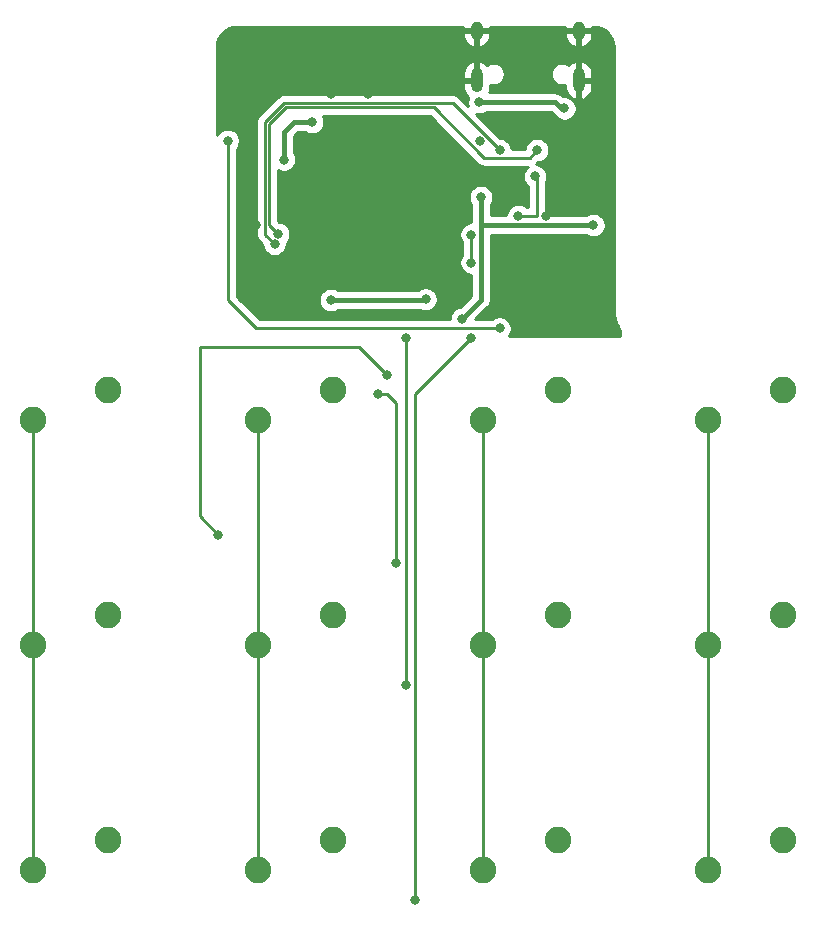
<source format=gtl>
%TF.GenerationSoftware,KiCad,Pcbnew,(5.1.10)-1*%
%TF.CreationDate,2021-11-01T22:25:46+02:00*%
%TF.ProjectId,V1,56312e6b-6963-4616-945f-706362585858,rev?*%
%TF.SameCoordinates,Original*%
%TF.FileFunction,Copper,L1,Top*%
%TF.FilePolarity,Positive*%
%FSLAX46Y46*%
G04 Gerber Fmt 4.6, Leading zero omitted, Abs format (unit mm)*
G04 Created by KiCad (PCBNEW (5.1.10)-1) date 2021-11-01 22:25:46*
%MOMM*%
%LPD*%
G01*
G04 APERTURE LIST*
%TA.AperFunction,ComponentPad*%
%ADD10O,1.000000X2.100000*%
%TD*%
%TA.AperFunction,ComponentPad*%
%ADD11O,1.000000X1.600000*%
%TD*%
%TA.AperFunction,ComponentPad*%
%ADD12C,2.250000*%
%TD*%
%TA.AperFunction,ViaPad*%
%ADD13C,0.800000*%
%TD*%
%TA.AperFunction,Conductor*%
%ADD14C,0.381000*%
%TD*%
%TA.AperFunction,Conductor*%
%ADD15C,0.254000*%
%TD*%
%TA.AperFunction,Conductor*%
%ADD16C,0.100000*%
%TD*%
G04 APERTURE END LIST*
D10*
%TO.P,USB1,13*%
%TO.N,GND*%
X98867500Y-64723750D03*
X107507500Y-64723750D03*
D11*
X98867500Y-60543750D03*
X107507500Y-60543750D03*
%TD*%
D12*
%TO.P,MX12,2*%
%TO.N,Net-(D12-Pad2)*%
X124777500Y-129063750D03*
%TO.P,MX12,1*%
%TO.N,COL3*%
X118427500Y-131603750D03*
%TD*%
%TO.P,MX11,2*%
%TO.N,Net-(D11-Pad2)*%
X105727500Y-129063750D03*
%TO.P,MX11,1*%
%TO.N,COL2*%
X99377500Y-131603750D03*
%TD*%
%TO.P,MX10,2*%
%TO.N,Net-(D10-Pad2)*%
X86677500Y-129063750D03*
%TO.P,MX10,1*%
%TO.N,COL1*%
X80327500Y-131603750D03*
%TD*%
%TO.P,MX9,2*%
%TO.N,Net-(D9-Pad2)*%
X67627500Y-129063750D03*
%TO.P,MX9,1*%
%TO.N,COL0*%
X61277500Y-131603750D03*
%TD*%
%TO.P,MX8,2*%
%TO.N,Net-(D8-Pad2)*%
X124777500Y-110013750D03*
%TO.P,MX8,1*%
%TO.N,COL3*%
X118427500Y-112553750D03*
%TD*%
%TO.P,MX7,2*%
%TO.N,Net-(D7-Pad2)*%
X105727500Y-110013750D03*
%TO.P,MX7,1*%
%TO.N,COL2*%
X99377500Y-112553750D03*
%TD*%
%TO.P,MX6,2*%
%TO.N,Net-(D6-Pad2)*%
X86677500Y-110013750D03*
%TO.P,MX6,1*%
%TO.N,COL1*%
X80327500Y-112553750D03*
%TD*%
%TO.P,MX5,2*%
%TO.N,Net-(D5-Pad2)*%
X67627500Y-110013750D03*
%TO.P,MX5,1*%
%TO.N,COL0*%
X61277500Y-112553750D03*
%TD*%
%TO.P,MX4,2*%
%TO.N,Net-(D4-Pad2)*%
X124777500Y-90963750D03*
%TO.P,MX4,1*%
%TO.N,COL3*%
X118427500Y-93503750D03*
%TD*%
%TO.P,MX3,2*%
%TO.N,Net-(D3-Pad2)*%
X105727500Y-90963750D03*
%TO.P,MX3,1*%
%TO.N,COL2*%
X99377500Y-93503750D03*
%TD*%
%TO.P,MX2,2*%
%TO.N,Net-(D2-Pad2)*%
X86677500Y-90963750D03*
%TO.P,MX2,1*%
%TO.N,COL1*%
X80327500Y-93503750D03*
%TD*%
%TO.P,MX1,2*%
%TO.N,Net-(D1-Pad2)*%
X67627500Y-90963750D03*
%TO.P,MX1,1*%
%TO.N,COL0*%
X61277500Y-93503750D03*
%TD*%
D13*
%TO.N,GND*%
X82550000Y-65087500D03*
X86518750Y-65881250D03*
X89693750Y-65881250D03*
X96043750Y-62706250D03*
X99172269Y-69896481D03*
X104775000Y-76200000D03*
X106362500Y-81756250D03*
X80168750Y-76993750D03*
%TO.N,+5V*%
X99218750Y-74612500D03*
X97631250Y-84931250D03*
X108743750Y-76993750D03*
X82550000Y-71437500D03*
X84931250Y-68262500D03*
X86518750Y-83343750D03*
X94534375Y-83265625D03*
%TO.N,ROW1*%
X92868750Y-115887500D03*
X92868750Y-86518750D03*
%TO.N,ROW2*%
X93662500Y-134143750D03*
X98425000Y-86518750D03*
X98425000Y-80168750D03*
X98425000Y-77787500D03*
%TO.N,VCC*%
X99103992Y-66583000D03*
X106290996Y-67103094D03*
%TO.N,COL2*%
X90487500Y-91281250D03*
X92075000Y-105568750D03*
%TO.N,COL3*%
X91281250Y-89693750D03*
X76993750Y-103187500D03*
%TO.N,Net-(R1-Pad2)*%
X100806250Y-85725000D03*
X77787500Y-69850000D03*
%TO.N,Net-(R2-Pad1)*%
X103981250Y-70643750D03*
X82062668Y-77735016D03*
%TO.N,Net-(R3-Pad1)*%
X100806250Y-70643750D03*
X81756250Y-78581250D03*
%TO.N,Net-(R4-Pad2)*%
X102393750Y-76200000D03*
X103819157Y-72862907D03*
%TD*%
D14*
%TO.N,+5V*%
X99218750Y-83343750D02*
X97631250Y-84931250D01*
X99218750Y-81756250D02*
X99218750Y-83343750D01*
X99218750Y-76993750D02*
X108743750Y-76993750D01*
X99218750Y-74612500D02*
X99218750Y-76993750D01*
X99218750Y-76993750D02*
X99218750Y-81756250D01*
X82550000Y-69118131D02*
X83405631Y-68262500D01*
X82550000Y-71437500D02*
X82550000Y-69118131D01*
X83405631Y-68262500D02*
X84931250Y-68262500D01*
X86518750Y-83343750D02*
X94456250Y-83343750D01*
X94456250Y-83343750D02*
X94534375Y-83265625D01*
D15*
%TO.N,ROW1*%
X92868750Y-115887500D02*
X92868750Y-86518750D01*
%TO.N,ROW2*%
X93662500Y-134143750D02*
X93662500Y-91281250D01*
X93662500Y-91281250D02*
X98425000Y-86518750D01*
X98425000Y-80168750D02*
X98425000Y-77787500D01*
D14*
%TO.N,VCC*%
X105476750Y-66583000D02*
X105996844Y-67103094D01*
X99103992Y-66583000D02*
X105476750Y-66583000D01*
X105996844Y-67103094D02*
X106290996Y-67103094D01*
D15*
%TO.N,COL0*%
X61277500Y-93503750D02*
X61277500Y-112553750D01*
X61277500Y-112553750D02*
X61277500Y-131603750D01*
%TO.N,COL1*%
X80327500Y-93503750D02*
X80327500Y-112553750D01*
X80327500Y-131603750D02*
X80327500Y-112553750D01*
%TO.N,COL2*%
X99377500Y-96552712D02*
X99377500Y-112553750D01*
X99377500Y-93503750D02*
X99377500Y-96552712D01*
X99377500Y-131603750D02*
X99377500Y-112553750D01*
X90487500Y-91281250D02*
X91281250Y-91281250D01*
X91281250Y-91281250D02*
X92075000Y-92075000D01*
X92075000Y-92075000D02*
X92075000Y-105568750D01*
%TO.N,COL3*%
X118427500Y-115454712D02*
X118427500Y-131603750D01*
X118427500Y-93503750D02*
X118427500Y-115454712D01*
X91281250Y-89693750D02*
X88900000Y-87312500D01*
X88900000Y-87312500D02*
X75406250Y-87312500D01*
X75406250Y-87312500D02*
X75406250Y-101600000D01*
X75406250Y-101600000D02*
X76993750Y-103187500D01*
%TO.N,Net-(R1-Pad2)*%
X80168750Y-85725000D02*
X77787500Y-83343750D01*
X77787500Y-83343750D02*
X77787500Y-69850000D01*
X80168750Y-85725000D02*
X100806250Y-85725000D01*
%TO.N,Net-(R2-Pad1)*%
X103354249Y-71270751D02*
X99491741Y-71270751D01*
X103981250Y-70643750D02*
X103354249Y-71270751D01*
X99491741Y-71270751D02*
X95250000Y-67029010D01*
X95250000Y-67029010D02*
X82696634Y-67029010D01*
X82696634Y-67029010D02*
X81316510Y-68409134D01*
X81316510Y-76988858D02*
X82062668Y-77735016D01*
X81316510Y-68409134D02*
X81316510Y-76988858D01*
%TO.N,Net-(R3-Pad1)*%
X100806250Y-70643750D02*
X96837500Y-66675000D01*
X96837500Y-66675000D02*
X82550000Y-66675000D01*
X82550000Y-66675000D02*
X80962500Y-68262500D01*
X80962500Y-77787500D02*
X81756250Y-78581250D01*
X80962500Y-68262500D02*
X80962500Y-77787500D01*
%TO.N,Net-(R4-Pad2)*%
X102393750Y-76200000D02*
X103981250Y-76200000D01*
X103981250Y-76200000D02*
X103981250Y-73025000D01*
X103981250Y-73025000D02*
X103819157Y-72862907D01*
%TD*%
%TO.N,GND*%
X97732500Y-60416750D02*
X98740500Y-60416750D01*
X98740500Y-60396750D01*
X98994500Y-60396750D01*
X98994500Y-60416750D01*
X100002500Y-60416750D01*
X100002500Y-60191250D01*
X106372500Y-60191250D01*
X106372500Y-60416750D01*
X107380500Y-60416750D01*
X107380500Y-60396750D01*
X107634500Y-60396750D01*
X107634500Y-60416750D01*
X108642500Y-60416750D01*
X108642500Y-60191250D01*
X108711471Y-60191250D01*
X109077460Y-60227136D01*
X109398460Y-60324051D01*
X109694525Y-60481471D01*
X109954373Y-60693399D01*
X110168108Y-60951760D01*
X110327588Y-61246714D01*
X110426744Y-61567032D01*
X110465000Y-61931012D01*
X110465001Y-84169919D01*
X110467878Y-84199125D01*
X110467774Y-84213941D01*
X110468673Y-84223112D01*
X110517252Y-84685305D01*
X110529277Y-84743885D01*
X110540489Y-84802663D01*
X110543152Y-84811485D01*
X110680579Y-85255439D01*
X110703758Y-85310579D01*
X110726168Y-85366046D01*
X110730495Y-85374183D01*
X110951536Y-85782990D01*
X110984971Y-85832559D01*
X110998000Y-85852469D01*
X110998000Y-86391750D01*
X101603211Y-86391750D01*
X101610187Y-86384774D01*
X101723455Y-86215256D01*
X101801476Y-86026898D01*
X101841250Y-85826939D01*
X101841250Y-85623061D01*
X101801476Y-85423102D01*
X101723455Y-85234744D01*
X101610187Y-85065226D01*
X101466024Y-84921063D01*
X101296506Y-84807795D01*
X101108148Y-84729774D01*
X100908189Y-84690000D01*
X100704311Y-84690000D01*
X100504352Y-84729774D01*
X100315994Y-84807795D01*
X100146476Y-84921063D01*
X100104539Y-84963000D01*
X98766932Y-84963000D01*
X99773789Y-83956144D01*
X99805291Y-83930291D01*
X99889526Y-83827650D01*
X99908449Y-83804593D01*
X99985103Y-83661184D01*
X100012345Y-83571379D01*
X100032306Y-83505576D01*
X100044250Y-83384303D01*
X100044250Y-83384301D01*
X100048244Y-83343751D01*
X100044250Y-83303200D01*
X100044250Y-77819250D01*
X108116247Y-77819250D01*
X108253494Y-77910955D01*
X108441852Y-77988976D01*
X108641811Y-78028750D01*
X108845689Y-78028750D01*
X109045648Y-77988976D01*
X109234006Y-77910955D01*
X109403524Y-77797687D01*
X109547687Y-77653524D01*
X109660955Y-77484006D01*
X109738976Y-77295648D01*
X109778750Y-77095689D01*
X109778750Y-76891811D01*
X109738976Y-76691852D01*
X109660955Y-76503494D01*
X109547687Y-76333976D01*
X109403524Y-76189813D01*
X109234006Y-76076545D01*
X109045648Y-75998524D01*
X108845689Y-75958750D01*
X108641811Y-75958750D01*
X108441852Y-75998524D01*
X108253494Y-76076545D01*
X108116247Y-76168250D01*
X104743809Y-76168250D01*
X104743250Y-76162574D01*
X104743250Y-73336534D01*
X104814383Y-73164805D01*
X104854157Y-72964846D01*
X104854157Y-72760968D01*
X104814383Y-72561009D01*
X104736362Y-72372651D01*
X104623094Y-72203133D01*
X104478931Y-72058970D01*
X104309413Y-71945702D01*
X104121055Y-71867681D01*
X103921096Y-71827907D01*
X103876499Y-71827907D01*
X103895671Y-71812173D01*
X103919532Y-71783098D01*
X104023880Y-71678750D01*
X104083189Y-71678750D01*
X104283148Y-71638976D01*
X104471506Y-71560955D01*
X104641024Y-71447687D01*
X104785187Y-71303524D01*
X104898455Y-71134006D01*
X104976476Y-70945648D01*
X105016250Y-70745689D01*
X105016250Y-70541811D01*
X104976476Y-70341852D01*
X104898455Y-70153494D01*
X104785187Y-69983976D01*
X104641024Y-69839813D01*
X104471506Y-69726545D01*
X104283148Y-69648524D01*
X104083189Y-69608750D01*
X103879311Y-69608750D01*
X103679352Y-69648524D01*
X103490994Y-69726545D01*
X103321476Y-69839813D01*
X103177313Y-69983976D01*
X103064045Y-70153494D01*
X102986024Y-70341852D01*
X102952826Y-70508751D01*
X101834674Y-70508751D01*
X101801476Y-70341852D01*
X101723455Y-70153494D01*
X101610187Y-69983976D01*
X101466024Y-69839813D01*
X101296506Y-69726545D01*
X101108148Y-69648524D01*
X100908189Y-69608750D01*
X100848881Y-69608750D01*
X98822394Y-67582264D01*
X99002053Y-67618000D01*
X99205931Y-67618000D01*
X99405890Y-67578226D01*
X99594248Y-67500205D01*
X99731495Y-67408500D01*
X105134818Y-67408500D01*
X105384446Y-67658128D01*
X105410303Y-67689635D01*
X105471908Y-67740192D01*
X105487059Y-67762868D01*
X105631222Y-67907031D01*
X105800740Y-68020299D01*
X105989098Y-68098320D01*
X106189057Y-68138094D01*
X106392935Y-68138094D01*
X106592894Y-68098320D01*
X106781252Y-68020299D01*
X106950770Y-67907031D01*
X107094933Y-67762868D01*
X107208201Y-67593350D01*
X107286222Y-67404992D01*
X107325996Y-67205033D01*
X107325996Y-67001155D01*
X107286222Y-66801196D01*
X107208201Y-66612838D01*
X107094933Y-66443320D01*
X106950770Y-66299157D01*
X106781252Y-66185889D01*
X106592894Y-66107868D01*
X106392935Y-66068094D01*
X106189057Y-66068094D01*
X106139194Y-66078012D01*
X106089148Y-66027966D01*
X106063291Y-65996459D01*
X105937592Y-65893301D01*
X105794184Y-65816647D01*
X105638576Y-65769444D01*
X105517303Y-65757500D01*
X105517300Y-65757500D01*
X105476750Y-65753506D01*
X105436200Y-65757500D01*
X99896700Y-65757500D01*
X99955915Y-65619737D01*
X100002500Y-65400750D01*
X100002500Y-65110654D01*
X100017478Y-65116858D01*
X100202948Y-65153750D01*
X100392052Y-65153750D01*
X100577522Y-65116858D01*
X100752231Y-65044491D01*
X100909464Y-64939431D01*
X101043181Y-64805714D01*
X101148241Y-64648481D01*
X101220608Y-64473772D01*
X101257500Y-64288302D01*
X101257500Y-64099198D01*
X105117500Y-64099198D01*
X105117500Y-64288302D01*
X105154392Y-64473772D01*
X105226759Y-64648481D01*
X105331819Y-64805714D01*
X105465536Y-64939431D01*
X105622769Y-65044491D01*
X105797478Y-65116858D01*
X105982948Y-65153750D01*
X106172052Y-65153750D01*
X106357522Y-65116858D01*
X106372500Y-65110654D01*
X106372500Y-65400750D01*
X106419085Y-65619737D01*
X106507497Y-65825428D01*
X106634339Y-66009919D01*
X106794736Y-66166119D01*
X106982524Y-66288026D01*
X107205626Y-66367869D01*
X107380500Y-66241704D01*
X107380500Y-64850750D01*
X107634500Y-64850750D01*
X107634500Y-66241704D01*
X107809374Y-66367869D01*
X108032476Y-66288026D01*
X108220264Y-66166119D01*
X108380661Y-66009919D01*
X108507503Y-65825428D01*
X108595915Y-65619737D01*
X108642500Y-65400750D01*
X108642500Y-64850750D01*
X107634500Y-64850750D01*
X107380500Y-64850750D01*
X107360500Y-64850750D01*
X107360500Y-64596750D01*
X107380500Y-64596750D01*
X107380500Y-63205796D01*
X107634500Y-63205796D01*
X107634500Y-64596750D01*
X108642500Y-64596750D01*
X108642500Y-64046750D01*
X108595915Y-63827763D01*
X108507503Y-63622072D01*
X108380661Y-63437581D01*
X108220264Y-63281381D01*
X108032476Y-63159474D01*
X107809374Y-63079631D01*
X107634500Y-63205796D01*
X107380500Y-63205796D01*
X107205626Y-63079631D01*
X106982524Y-63159474D01*
X106794736Y-63281381D01*
X106650384Y-63421956D01*
X106532231Y-63343009D01*
X106357522Y-63270642D01*
X106172052Y-63233750D01*
X105982948Y-63233750D01*
X105797478Y-63270642D01*
X105622769Y-63343009D01*
X105465536Y-63448069D01*
X105331819Y-63581786D01*
X105226759Y-63739019D01*
X105154392Y-63913728D01*
X105117500Y-64099198D01*
X101257500Y-64099198D01*
X101220608Y-63913728D01*
X101148241Y-63739019D01*
X101043181Y-63581786D01*
X100909464Y-63448069D01*
X100752231Y-63343009D01*
X100577522Y-63270642D01*
X100392052Y-63233750D01*
X100202948Y-63233750D01*
X100017478Y-63270642D01*
X99842769Y-63343009D01*
X99724616Y-63421956D01*
X99580264Y-63281381D01*
X99392476Y-63159474D01*
X99169374Y-63079631D01*
X98994500Y-63205796D01*
X98994500Y-64596750D01*
X99014500Y-64596750D01*
X99014500Y-64850750D01*
X98994500Y-64850750D01*
X98994500Y-64870750D01*
X98740500Y-64870750D01*
X98740500Y-64850750D01*
X97732500Y-64850750D01*
X97732500Y-65400750D01*
X97779085Y-65619737D01*
X97867497Y-65825428D01*
X97994339Y-66009919D01*
X98154736Y-66166119D01*
X98156043Y-66166967D01*
X98108766Y-66281102D01*
X98068992Y-66481061D01*
X98068992Y-66684939D01*
X98104728Y-66864598D01*
X97402784Y-66162654D01*
X97378922Y-66133578D01*
X97262892Y-66038355D01*
X97130515Y-65967598D01*
X96986878Y-65924026D01*
X96874926Y-65913000D01*
X96874923Y-65913000D01*
X96837500Y-65909314D01*
X96800077Y-65913000D01*
X82587422Y-65913000D01*
X82549999Y-65909314D01*
X82512576Y-65913000D01*
X82512574Y-65913000D01*
X82400622Y-65924026D01*
X82256985Y-65967598D01*
X82124608Y-66038355D01*
X82008578Y-66133578D01*
X81984721Y-66162648D01*
X80450154Y-67697216D01*
X80421078Y-67721078D01*
X80379088Y-67772244D01*
X80325855Y-67837108D01*
X80288481Y-67907031D01*
X80255098Y-67969486D01*
X80211526Y-68113123D01*
X80209067Y-68138094D01*
X80196814Y-68262500D01*
X80200500Y-68299923D01*
X80200501Y-77750067D01*
X80196814Y-77787500D01*
X80211527Y-77936878D01*
X80255099Y-78080515D01*
X80325855Y-78212892D01*
X80379088Y-78277756D01*
X80421079Y-78328922D01*
X80450149Y-78352779D01*
X80721250Y-78623880D01*
X80721250Y-78683189D01*
X80761024Y-78883148D01*
X80839045Y-79071506D01*
X80952313Y-79241024D01*
X81096476Y-79385187D01*
X81265994Y-79498455D01*
X81454352Y-79576476D01*
X81654311Y-79616250D01*
X81858189Y-79616250D01*
X82058148Y-79576476D01*
X82246506Y-79498455D01*
X82416024Y-79385187D01*
X82560187Y-79241024D01*
X82673455Y-79071506D01*
X82751476Y-78883148D01*
X82791250Y-78683189D01*
X82791250Y-78479311D01*
X82789729Y-78471666D01*
X82866605Y-78394790D01*
X82979873Y-78225272D01*
X83057894Y-78036914D01*
X83097668Y-77836955D01*
X83097668Y-77633077D01*
X83057894Y-77433118D01*
X82979873Y-77244760D01*
X82866605Y-77075242D01*
X82722442Y-76931079D01*
X82552924Y-76817811D01*
X82364566Y-76739790D01*
X82164607Y-76700016D01*
X82105298Y-76700016D01*
X82078510Y-76673228D01*
X82078510Y-72362478D01*
X82248102Y-72432726D01*
X82448061Y-72472500D01*
X82651939Y-72472500D01*
X82851898Y-72432726D01*
X83040256Y-72354705D01*
X83209774Y-72241437D01*
X83353937Y-72097274D01*
X83467205Y-71927756D01*
X83545226Y-71739398D01*
X83585000Y-71539439D01*
X83585000Y-71335561D01*
X83545226Y-71135602D01*
X83467205Y-70947244D01*
X83375500Y-70809997D01*
X83375500Y-69460063D01*
X83747564Y-69088000D01*
X84303747Y-69088000D01*
X84440994Y-69179705D01*
X84629352Y-69257726D01*
X84829311Y-69297500D01*
X85033189Y-69297500D01*
X85233148Y-69257726D01*
X85421506Y-69179705D01*
X85591024Y-69066437D01*
X85735187Y-68922274D01*
X85848455Y-68752756D01*
X85926476Y-68564398D01*
X85966250Y-68364439D01*
X85966250Y-68160561D01*
X85926476Y-67960602D01*
X85856228Y-67791010D01*
X94934370Y-67791010D01*
X98926457Y-71783097D01*
X98950319Y-71812173D01*
X99017956Y-71867681D01*
X99066348Y-71907396D01*
X99137105Y-71945216D01*
X99198726Y-71978153D01*
X99342363Y-72021725D01*
X99454315Y-72032751D01*
X99454318Y-72032751D01*
X99491741Y-72036437D01*
X99529164Y-72032751D01*
X103198623Y-72032751D01*
X103159383Y-72058970D01*
X103015220Y-72203133D01*
X102901952Y-72372651D01*
X102823931Y-72561009D01*
X102784157Y-72760968D01*
X102784157Y-72964846D01*
X102823931Y-73164805D01*
X102901952Y-73353163D01*
X103015220Y-73522681D01*
X103159383Y-73666844D01*
X103219251Y-73706846D01*
X103219250Y-75438000D01*
X103095461Y-75438000D01*
X103053524Y-75396063D01*
X102884006Y-75282795D01*
X102695648Y-75204774D01*
X102495689Y-75165000D01*
X102291811Y-75165000D01*
X102091852Y-75204774D01*
X101903494Y-75282795D01*
X101733976Y-75396063D01*
X101589813Y-75540226D01*
X101476545Y-75709744D01*
X101398524Y-75898102D01*
X101358750Y-76098061D01*
X101358750Y-76168250D01*
X100044250Y-76168250D01*
X100044250Y-75240003D01*
X100135955Y-75102756D01*
X100213976Y-74914398D01*
X100253750Y-74714439D01*
X100253750Y-74510561D01*
X100213976Y-74310602D01*
X100135955Y-74122244D01*
X100022687Y-73952726D01*
X99878524Y-73808563D01*
X99709006Y-73695295D01*
X99520648Y-73617274D01*
X99320689Y-73577500D01*
X99116811Y-73577500D01*
X98916852Y-73617274D01*
X98728494Y-73695295D01*
X98558976Y-73808563D01*
X98414813Y-73952726D01*
X98301545Y-74122244D01*
X98223524Y-74310602D01*
X98183750Y-74510561D01*
X98183750Y-74714439D01*
X98223524Y-74914398D01*
X98301545Y-75102756D01*
X98393250Y-75240003D01*
X98393251Y-76752500D01*
X98323061Y-76752500D01*
X98123102Y-76792274D01*
X97934744Y-76870295D01*
X97765226Y-76983563D01*
X97621063Y-77127726D01*
X97507795Y-77297244D01*
X97429774Y-77485602D01*
X97390000Y-77685561D01*
X97390000Y-77889439D01*
X97429774Y-78089398D01*
X97507795Y-78277756D01*
X97621063Y-78447274D01*
X97663001Y-78489212D01*
X97663000Y-79467039D01*
X97621063Y-79508976D01*
X97507795Y-79678494D01*
X97429774Y-79866852D01*
X97390000Y-80066811D01*
X97390000Y-80270689D01*
X97429774Y-80470648D01*
X97507795Y-80659006D01*
X97621063Y-80828524D01*
X97765226Y-80972687D01*
X97934744Y-81085955D01*
X98123102Y-81163976D01*
X98323061Y-81203750D01*
X98393251Y-81203750D01*
X98393251Y-81715688D01*
X98393250Y-81715698D01*
X98393251Y-83001816D01*
X97491246Y-83903821D01*
X97329352Y-83936024D01*
X97140994Y-84014045D01*
X96971476Y-84127313D01*
X96827313Y-84271476D01*
X96714045Y-84440994D01*
X96636024Y-84629352D01*
X96596250Y-84829311D01*
X96596250Y-84963000D01*
X80484381Y-84963000D01*
X78763192Y-83241811D01*
X85483750Y-83241811D01*
X85483750Y-83445689D01*
X85523524Y-83645648D01*
X85601545Y-83834006D01*
X85714813Y-84003524D01*
X85858976Y-84147687D01*
X86028494Y-84260955D01*
X86216852Y-84338976D01*
X86416811Y-84378750D01*
X86620689Y-84378750D01*
X86820648Y-84338976D01*
X87009006Y-84260955D01*
X87146253Y-84169250D01*
X94023795Y-84169250D01*
X94044119Y-84182830D01*
X94232477Y-84260851D01*
X94432436Y-84300625D01*
X94636314Y-84300625D01*
X94836273Y-84260851D01*
X95024631Y-84182830D01*
X95194149Y-84069562D01*
X95338312Y-83925399D01*
X95451580Y-83755881D01*
X95529601Y-83567523D01*
X95569375Y-83367564D01*
X95569375Y-83163686D01*
X95529601Y-82963727D01*
X95451580Y-82775369D01*
X95338312Y-82605851D01*
X95194149Y-82461688D01*
X95024631Y-82348420D01*
X94836273Y-82270399D01*
X94636314Y-82230625D01*
X94432436Y-82230625D01*
X94232477Y-82270399D01*
X94044119Y-82348420D01*
X93874601Y-82461688D01*
X93818039Y-82518250D01*
X87146253Y-82518250D01*
X87009006Y-82426545D01*
X86820648Y-82348524D01*
X86620689Y-82308750D01*
X86416811Y-82308750D01*
X86216852Y-82348524D01*
X86028494Y-82426545D01*
X85858976Y-82539813D01*
X85714813Y-82683976D01*
X85601545Y-82853494D01*
X85523524Y-83041852D01*
X85483750Y-83241811D01*
X78763192Y-83241811D01*
X78549500Y-83028120D01*
X78549500Y-70551711D01*
X78591437Y-70509774D01*
X78704705Y-70340256D01*
X78782726Y-70151898D01*
X78822500Y-69951939D01*
X78822500Y-69748061D01*
X78782726Y-69548102D01*
X78704705Y-69359744D01*
X78591437Y-69190226D01*
X78447274Y-69046063D01*
X78277756Y-68932795D01*
X78089398Y-68854774D01*
X77889439Y-68815000D01*
X77685561Y-68815000D01*
X77485602Y-68854774D01*
X77297244Y-68932795D01*
X77127726Y-69046063D01*
X76983563Y-69190226D01*
X76870295Y-69359744D01*
X76860000Y-69384598D01*
X76860000Y-64046750D01*
X97732500Y-64046750D01*
X97732500Y-64596750D01*
X98740500Y-64596750D01*
X98740500Y-63205796D01*
X98565626Y-63079631D01*
X98342524Y-63159474D01*
X98154736Y-63281381D01*
X97994339Y-63437581D01*
X97867497Y-63622072D01*
X97779085Y-63827763D01*
X97732500Y-64046750D01*
X76860000Y-64046750D01*
X76860000Y-61944779D01*
X76895886Y-61578790D01*
X76992801Y-61257790D01*
X77150221Y-60961725D01*
X77362149Y-60701877D01*
X77399775Y-60670750D01*
X97732500Y-60670750D01*
X97732500Y-60970750D01*
X97779085Y-61189737D01*
X97867497Y-61395428D01*
X97994339Y-61579919D01*
X98154736Y-61736119D01*
X98342524Y-61858026D01*
X98565626Y-61937869D01*
X98740500Y-61811704D01*
X98740500Y-60670750D01*
X98994500Y-60670750D01*
X98994500Y-61811704D01*
X99169374Y-61937869D01*
X99392476Y-61858026D01*
X99580264Y-61736119D01*
X99740661Y-61579919D01*
X99867503Y-61395428D01*
X99955915Y-61189737D01*
X100002500Y-60970750D01*
X100002500Y-60670750D01*
X106372500Y-60670750D01*
X106372500Y-60970750D01*
X106419085Y-61189737D01*
X106507497Y-61395428D01*
X106634339Y-61579919D01*
X106794736Y-61736119D01*
X106982524Y-61858026D01*
X107205626Y-61937869D01*
X107380500Y-61811704D01*
X107380500Y-60670750D01*
X107634500Y-60670750D01*
X107634500Y-61811704D01*
X107809374Y-61937869D01*
X108032476Y-61858026D01*
X108220264Y-61736119D01*
X108380661Y-61579919D01*
X108507503Y-61395428D01*
X108595915Y-61189737D01*
X108642500Y-60970750D01*
X108642500Y-60670750D01*
X107634500Y-60670750D01*
X107380500Y-60670750D01*
X106372500Y-60670750D01*
X100002500Y-60670750D01*
X98994500Y-60670750D01*
X98740500Y-60670750D01*
X97732500Y-60670750D01*
X77399775Y-60670750D01*
X77620510Y-60488142D01*
X77915464Y-60328662D01*
X78235782Y-60229506D01*
X78599762Y-60191250D01*
X97732500Y-60191250D01*
X97732500Y-60416750D01*
%TA.AperFunction,Conductor*%
D16*
G36*
X97732500Y-60416750D02*
G01*
X98740500Y-60416750D01*
X98740500Y-60396750D01*
X98994500Y-60396750D01*
X98994500Y-60416750D01*
X100002500Y-60416750D01*
X100002500Y-60191250D01*
X106372500Y-60191250D01*
X106372500Y-60416750D01*
X107380500Y-60416750D01*
X107380500Y-60396750D01*
X107634500Y-60396750D01*
X107634500Y-60416750D01*
X108642500Y-60416750D01*
X108642500Y-60191250D01*
X108711471Y-60191250D01*
X109077460Y-60227136D01*
X109398460Y-60324051D01*
X109694525Y-60481471D01*
X109954373Y-60693399D01*
X110168108Y-60951760D01*
X110327588Y-61246714D01*
X110426744Y-61567032D01*
X110465000Y-61931012D01*
X110465001Y-84169919D01*
X110467878Y-84199125D01*
X110467774Y-84213941D01*
X110468673Y-84223112D01*
X110517252Y-84685305D01*
X110529277Y-84743885D01*
X110540489Y-84802663D01*
X110543152Y-84811485D01*
X110680579Y-85255439D01*
X110703758Y-85310579D01*
X110726168Y-85366046D01*
X110730495Y-85374183D01*
X110951536Y-85782990D01*
X110984971Y-85832559D01*
X110998000Y-85852469D01*
X110998000Y-86391750D01*
X101603211Y-86391750D01*
X101610187Y-86384774D01*
X101723455Y-86215256D01*
X101801476Y-86026898D01*
X101841250Y-85826939D01*
X101841250Y-85623061D01*
X101801476Y-85423102D01*
X101723455Y-85234744D01*
X101610187Y-85065226D01*
X101466024Y-84921063D01*
X101296506Y-84807795D01*
X101108148Y-84729774D01*
X100908189Y-84690000D01*
X100704311Y-84690000D01*
X100504352Y-84729774D01*
X100315994Y-84807795D01*
X100146476Y-84921063D01*
X100104539Y-84963000D01*
X98766932Y-84963000D01*
X99773789Y-83956144D01*
X99805291Y-83930291D01*
X99889526Y-83827650D01*
X99908449Y-83804593D01*
X99985103Y-83661184D01*
X100012345Y-83571379D01*
X100032306Y-83505576D01*
X100044250Y-83384303D01*
X100044250Y-83384301D01*
X100048244Y-83343751D01*
X100044250Y-83303200D01*
X100044250Y-77819250D01*
X108116247Y-77819250D01*
X108253494Y-77910955D01*
X108441852Y-77988976D01*
X108641811Y-78028750D01*
X108845689Y-78028750D01*
X109045648Y-77988976D01*
X109234006Y-77910955D01*
X109403524Y-77797687D01*
X109547687Y-77653524D01*
X109660955Y-77484006D01*
X109738976Y-77295648D01*
X109778750Y-77095689D01*
X109778750Y-76891811D01*
X109738976Y-76691852D01*
X109660955Y-76503494D01*
X109547687Y-76333976D01*
X109403524Y-76189813D01*
X109234006Y-76076545D01*
X109045648Y-75998524D01*
X108845689Y-75958750D01*
X108641811Y-75958750D01*
X108441852Y-75998524D01*
X108253494Y-76076545D01*
X108116247Y-76168250D01*
X104743809Y-76168250D01*
X104743250Y-76162574D01*
X104743250Y-73336534D01*
X104814383Y-73164805D01*
X104854157Y-72964846D01*
X104854157Y-72760968D01*
X104814383Y-72561009D01*
X104736362Y-72372651D01*
X104623094Y-72203133D01*
X104478931Y-72058970D01*
X104309413Y-71945702D01*
X104121055Y-71867681D01*
X103921096Y-71827907D01*
X103876499Y-71827907D01*
X103895671Y-71812173D01*
X103919532Y-71783098D01*
X104023880Y-71678750D01*
X104083189Y-71678750D01*
X104283148Y-71638976D01*
X104471506Y-71560955D01*
X104641024Y-71447687D01*
X104785187Y-71303524D01*
X104898455Y-71134006D01*
X104976476Y-70945648D01*
X105016250Y-70745689D01*
X105016250Y-70541811D01*
X104976476Y-70341852D01*
X104898455Y-70153494D01*
X104785187Y-69983976D01*
X104641024Y-69839813D01*
X104471506Y-69726545D01*
X104283148Y-69648524D01*
X104083189Y-69608750D01*
X103879311Y-69608750D01*
X103679352Y-69648524D01*
X103490994Y-69726545D01*
X103321476Y-69839813D01*
X103177313Y-69983976D01*
X103064045Y-70153494D01*
X102986024Y-70341852D01*
X102952826Y-70508751D01*
X101834674Y-70508751D01*
X101801476Y-70341852D01*
X101723455Y-70153494D01*
X101610187Y-69983976D01*
X101466024Y-69839813D01*
X101296506Y-69726545D01*
X101108148Y-69648524D01*
X100908189Y-69608750D01*
X100848881Y-69608750D01*
X98822394Y-67582264D01*
X99002053Y-67618000D01*
X99205931Y-67618000D01*
X99405890Y-67578226D01*
X99594248Y-67500205D01*
X99731495Y-67408500D01*
X105134818Y-67408500D01*
X105384446Y-67658128D01*
X105410303Y-67689635D01*
X105471908Y-67740192D01*
X105487059Y-67762868D01*
X105631222Y-67907031D01*
X105800740Y-68020299D01*
X105989098Y-68098320D01*
X106189057Y-68138094D01*
X106392935Y-68138094D01*
X106592894Y-68098320D01*
X106781252Y-68020299D01*
X106950770Y-67907031D01*
X107094933Y-67762868D01*
X107208201Y-67593350D01*
X107286222Y-67404992D01*
X107325996Y-67205033D01*
X107325996Y-67001155D01*
X107286222Y-66801196D01*
X107208201Y-66612838D01*
X107094933Y-66443320D01*
X106950770Y-66299157D01*
X106781252Y-66185889D01*
X106592894Y-66107868D01*
X106392935Y-66068094D01*
X106189057Y-66068094D01*
X106139194Y-66078012D01*
X106089148Y-66027966D01*
X106063291Y-65996459D01*
X105937592Y-65893301D01*
X105794184Y-65816647D01*
X105638576Y-65769444D01*
X105517303Y-65757500D01*
X105517300Y-65757500D01*
X105476750Y-65753506D01*
X105436200Y-65757500D01*
X99896700Y-65757500D01*
X99955915Y-65619737D01*
X100002500Y-65400750D01*
X100002500Y-65110654D01*
X100017478Y-65116858D01*
X100202948Y-65153750D01*
X100392052Y-65153750D01*
X100577522Y-65116858D01*
X100752231Y-65044491D01*
X100909464Y-64939431D01*
X101043181Y-64805714D01*
X101148241Y-64648481D01*
X101220608Y-64473772D01*
X101257500Y-64288302D01*
X101257500Y-64099198D01*
X105117500Y-64099198D01*
X105117500Y-64288302D01*
X105154392Y-64473772D01*
X105226759Y-64648481D01*
X105331819Y-64805714D01*
X105465536Y-64939431D01*
X105622769Y-65044491D01*
X105797478Y-65116858D01*
X105982948Y-65153750D01*
X106172052Y-65153750D01*
X106357522Y-65116858D01*
X106372500Y-65110654D01*
X106372500Y-65400750D01*
X106419085Y-65619737D01*
X106507497Y-65825428D01*
X106634339Y-66009919D01*
X106794736Y-66166119D01*
X106982524Y-66288026D01*
X107205626Y-66367869D01*
X107380500Y-66241704D01*
X107380500Y-64850750D01*
X107634500Y-64850750D01*
X107634500Y-66241704D01*
X107809374Y-66367869D01*
X108032476Y-66288026D01*
X108220264Y-66166119D01*
X108380661Y-66009919D01*
X108507503Y-65825428D01*
X108595915Y-65619737D01*
X108642500Y-65400750D01*
X108642500Y-64850750D01*
X107634500Y-64850750D01*
X107380500Y-64850750D01*
X107360500Y-64850750D01*
X107360500Y-64596750D01*
X107380500Y-64596750D01*
X107380500Y-63205796D01*
X107634500Y-63205796D01*
X107634500Y-64596750D01*
X108642500Y-64596750D01*
X108642500Y-64046750D01*
X108595915Y-63827763D01*
X108507503Y-63622072D01*
X108380661Y-63437581D01*
X108220264Y-63281381D01*
X108032476Y-63159474D01*
X107809374Y-63079631D01*
X107634500Y-63205796D01*
X107380500Y-63205796D01*
X107205626Y-63079631D01*
X106982524Y-63159474D01*
X106794736Y-63281381D01*
X106650384Y-63421956D01*
X106532231Y-63343009D01*
X106357522Y-63270642D01*
X106172052Y-63233750D01*
X105982948Y-63233750D01*
X105797478Y-63270642D01*
X105622769Y-63343009D01*
X105465536Y-63448069D01*
X105331819Y-63581786D01*
X105226759Y-63739019D01*
X105154392Y-63913728D01*
X105117500Y-64099198D01*
X101257500Y-64099198D01*
X101220608Y-63913728D01*
X101148241Y-63739019D01*
X101043181Y-63581786D01*
X100909464Y-63448069D01*
X100752231Y-63343009D01*
X100577522Y-63270642D01*
X100392052Y-63233750D01*
X100202948Y-63233750D01*
X100017478Y-63270642D01*
X99842769Y-63343009D01*
X99724616Y-63421956D01*
X99580264Y-63281381D01*
X99392476Y-63159474D01*
X99169374Y-63079631D01*
X98994500Y-63205796D01*
X98994500Y-64596750D01*
X99014500Y-64596750D01*
X99014500Y-64850750D01*
X98994500Y-64850750D01*
X98994500Y-64870750D01*
X98740500Y-64870750D01*
X98740500Y-64850750D01*
X97732500Y-64850750D01*
X97732500Y-65400750D01*
X97779085Y-65619737D01*
X97867497Y-65825428D01*
X97994339Y-66009919D01*
X98154736Y-66166119D01*
X98156043Y-66166967D01*
X98108766Y-66281102D01*
X98068992Y-66481061D01*
X98068992Y-66684939D01*
X98104728Y-66864598D01*
X97402784Y-66162654D01*
X97378922Y-66133578D01*
X97262892Y-66038355D01*
X97130515Y-65967598D01*
X96986878Y-65924026D01*
X96874926Y-65913000D01*
X96874923Y-65913000D01*
X96837500Y-65909314D01*
X96800077Y-65913000D01*
X82587422Y-65913000D01*
X82549999Y-65909314D01*
X82512576Y-65913000D01*
X82512574Y-65913000D01*
X82400622Y-65924026D01*
X82256985Y-65967598D01*
X82124608Y-66038355D01*
X82008578Y-66133578D01*
X81984721Y-66162648D01*
X80450154Y-67697216D01*
X80421078Y-67721078D01*
X80379088Y-67772244D01*
X80325855Y-67837108D01*
X80288481Y-67907031D01*
X80255098Y-67969486D01*
X80211526Y-68113123D01*
X80209067Y-68138094D01*
X80196814Y-68262500D01*
X80200500Y-68299923D01*
X80200501Y-77750067D01*
X80196814Y-77787500D01*
X80211527Y-77936878D01*
X80255099Y-78080515D01*
X80325855Y-78212892D01*
X80379088Y-78277756D01*
X80421079Y-78328922D01*
X80450149Y-78352779D01*
X80721250Y-78623880D01*
X80721250Y-78683189D01*
X80761024Y-78883148D01*
X80839045Y-79071506D01*
X80952313Y-79241024D01*
X81096476Y-79385187D01*
X81265994Y-79498455D01*
X81454352Y-79576476D01*
X81654311Y-79616250D01*
X81858189Y-79616250D01*
X82058148Y-79576476D01*
X82246506Y-79498455D01*
X82416024Y-79385187D01*
X82560187Y-79241024D01*
X82673455Y-79071506D01*
X82751476Y-78883148D01*
X82791250Y-78683189D01*
X82791250Y-78479311D01*
X82789729Y-78471666D01*
X82866605Y-78394790D01*
X82979873Y-78225272D01*
X83057894Y-78036914D01*
X83097668Y-77836955D01*
X83097668Y-77633077D01*
X83057894Y-77433118D01*
X82979873Y-77244760D01*
X82866605Y-77075242D01*
X82722442Y-76931079D01*
X82552924Y-76817811D01*
X82364566Y-76739790D01*
X82164607Y-76700016D01*
X82105298Y-76700016D01*
X82078510Y-76673228D01*
X82078510Y-72362478D01*
X82248102Y-72432726D01*
X82448061Y-72472500D01*
X82651939Y-72472500D01*
X82851898Y-72432726D01*
X83040256Y-72354705D01*
X83209774Y-72241437D01*
X83353937Y-72097274D01*
X83467205Y-71927756D01*
X83545226Y-71739398D01*
X83585000Y-71539439D01*
X83585000Y-71335561D01*
X83545226Y-71135602D01*
X83467205Y-70947244D01*
X83375500Y-70809997D01*
X83375500Y-69460063D01*
X83747564Y-69088000D01*
X84303747Y-69088000D01*
X84440994Y-69179705D01*
X84629352Y-69257726D01*
X84829311Y-69297500D01*
X85033189Y-69297500D01*
X85233148Y-69257726D01*
X85421506Y-69179705D01*
X85591024Y-69066437D01*
X85735187Y-68922274D01*
X85848455Y-68752756D01*
X85926476Y-68564398D01*
X85966250Y-68364439D01*
X85966250Y-68160561D01*
X85926476Y-67960602D01*
X85856228Y-67791010D01*
X94934370Y-67791010D01*
X98926457Y-71783097D01*
X98950319Y-71812173D01*
X99017956Y-71867681D01*
X99066348Y-71907396D01*
X99137105Y-71945216D01*
X99198726Y-71978153D01*
X99342363Y-72021725D01*
X99454315Y-72032751D01*
X99454318Y-72032751D01*
X99491741Y-72036437D01*
X99529164Y-72032751D01*
X103198623Y-72032751D01*
X103159383Y-72058970D01*
X103015220Y-72203133D01*
X102901952Y-72372651D01*
X102823931Y-72561009D01*
X102784157Y-72760968D01*
X102784157Y-72964846D01*
X102823931Y-73164805D01*
X102901952Y-73353163D01*
X103015220Y-73522681D01*
X103159383Y-73666844D01*
X103219251Y-73706846D01*
X103219250Y-75438000D01*
X103095461Y-75438000D01*
X103053524Y-75396063D01*
X102884006Y-75282795D01*
X102695648Y-75204774D01*
X102495689Y-75165000D01*
X102291811Y-75165000D01*
X102091852Y-75204774D01*
X101903494Y-75282795D01*
X101733976Y-75396063D01*
X101589813Y-75540226D01*
X101476545Y-75709744D01*
X101398524Y-75898102D01*
X101358750Y-76098061D01*
X101358750Y-76168250D01*
X100044250Y-76168250D01*
X100044250Y-75240003D01*
X100135955Y-75102756D01*
X100213976Y-74914398D01*
X100253750Y-74714439D01*
X100253750Y-74510561D01*
X100213976Y-74310602D01*
X100135955Y-74122244D01*
X100022687Y-73952726D01*
X99878524Y-73808563D01*
X99709006Y-73695295D01*
X99520648Y-73617274D01*
X99320689Y-73577500D01*
X99116811Y-73577500D01*
X98916852Y-73617274D01*
X98728494Y-73695295D01*
X98558976Y-73808563D01*
X98414813Y-73952726D01*
X98301545Y-74122244D01*
X98223524Y-74310602D01*
X98183750Y-74510561D01*
X98183750Y-74714439D01*
X98223524Y-74914398D01*
X98301545Y-75102756D01*
X98393250Y-75240003D01*
X98393251Y-76752500D01*
X98323061Y-76752500D01*
X98123102Y-76792274D01*
X97934744Y-76870295D01*
X97765226Y-76983563D01*
X97621063Y-77127726D01*
X97507795Y-77297244D01*
X97429774Y-77485602D01*
X97390000Y-77685561D01*
X97390000Y-77889439D01*
X97429774Y-78089398D01*
X97507795Y-78277756D01*
X97621063Y-78447274D01*
X97663001Y-78489212D01*
X97663000Y-79467039D01*
X97621063Y-79508976D01*
X97507795Y-79678494D01*
X97429774Y-79866852D01*
X97390000Y-80066811D01*
X97390000Y-80270689D01*
X97429774Y-80470648D01*
X97507795Y-80659006D01*
X97621063Y-80828524D01*
X97765226Y-80972687D01*
X97934744Y-81085955D01*
X98123102Y-81163976D01*
X98323061Y-81203750D01*
X98393251Y-81203750D01*
X98393251Y-81715688D01*
X98393250Y-81715698D01*
X98393251Y-83001816D01*
X97491246Y-83903821D01*
X97329352Y-83936024D01*
X97140994Y-84014045D01*
X96971476Y-84127313D01*
X96827313Y-84271476D01*
X96714045Y-84440994D01*
X96636024Y-84629352D01*
X96596250Y-84829311D01*
X96596250Y-84963000D01*
X80484381Y-84963000D01*
X78763192Y-83241811D01*
X85483750Y-83241811D01*
X85483750Y-83445689D01*
X85523524Y-83645648D01*
X85601545Y-83834006D01*
X85714813Y-84003524D01*
X85858976Y-84147687D01*
X86028494Y-84260955D01*
X86216852Y-84338976D01*
X86416811Y-84378750D01*
X86620689Y-84378750D01*
X86820648Y-84338976D01*
X87009006Y-84260955D01*
X87146253Y-84169250D01*
X94023795Y-84169250D01*
X94044119Y-84182830D01*
X94232477Y-84260851D01*
X94432436Y-84300625D01*
X94636314Y-84300625D01*
X94836273Y-84260851D01*
X95024631Y-84182830D01*
X95194149Y-84069562D01*
X95338312Y-83925399D01*
X95451580Y-83755881D01*
X95529601Y-83567523D01*
X95569375Y-83367564D01*
X95569375Y-83163686D01*
X95529601Y-82963727D01*
X95451580Y-82775369D01*
X95338312Y-82605851D01*
X95194149Y-82461688D01*
X95024631Y-82348420D01*
X94836273Y-82270399D01*
X94636314Y-82230625D01*
X94432436Y-82230625D01*
X94232477Y-82270399D01*
X94044119Y-82348420D01*
X93874601Y-82461688D01*
X93818039Y-82518250D01*
X87146253Y-82518250D01*
X87009006Y-82426545D01*
X86820648Y-82348524D01*
X86620689Y-82308750D01*
X86416811Y-82308750D01*
X86216852Y-82348524D01*
X86028494Y-82426545D01*
X85858976Y-82539813D01*
X85714813Y-82683976D01*
X85601545Y-82853494D01*
X85523524Y-83041852D01*
X85483750Y-83241811D01*
X78763192Y-83241811D01*
X78549500Y-83028120D01*
X78549500Y-70551711D01*
X78591437Y-70509774D01*
X78704705Y-70340256D01*
X78782726Y-70151898D01*
X78822500Y-69951939D01*
X78822500Y-69748061D01*
X78782726Y-69548102D01*
X78704705Y-69359744D01*
X78591437Y-69190226D01*
X78447274Y-69046063D01*
X78277756Y-68932795D01*
X78089398Y-68854774D01*
X77889439Y-68815000D01*
X77685561Y-68815000D01*
X77485602Y-68854774D01*
X77297244Y-68932795D01*
X77127726Y-69046063D01*
X76983563Y-69190226D01*
X76870295Y-69359744D01*
X76860000Y-69384598D01*
X76860000Y-64046750D01*
X97732500Y-64046750D01*
X97732500Y-64596750D01*
X98740500Y-64596750D01*
X98740500Y-63205796D01*
X98565626Y-63079631D01*
X98342524Y-63159474D01*
X98154736Y-63281381D01*
X97994339Y-63437581D01*
X97867497Y-63622072D01*
X97779085Y-63827763D01*
X97732500Y-64046750D01*
X76860000Y-64046750D01*
X76860000Y-61944779D01*
X76895886Y-61578790D01*
X76992801Y-61257790D01*
X77150221Y-60961725D01*
X77362149Y-60701877D01*
X77399775Y-60670750D01*
X97732500Y-60670750D01*
X97732500Y-60970750D01*
X97779085Y-61189737D01*
X97867497Y-61395428D01*
X97994339Y-61579919D01*
X98154736Y-61736119D01*
X98342524Y-61858026D01*
X98565626Y-61937869D01*
X98740500Y-61811704D01*
X98740500Y-60670750D01*
X98994500Y-60670750D01*
X98994500Y-61811704D01*
X99169374Y-61937869D01*
X99392476Y-61858026D01*
X99580264Y-61736119D01*
X99740661Y-61579919D01*
X99867503Y-61395428D01*
X99955915Y-61189737D01*
X100002500Y-60970750D01*
X100002500Y-60670750D01*
X106372500Y-60670750D01*
X106372500Y-60970750D01*
X106419085Y-61189737D01*
X106507497Y-61395428D01*
X106634339Y-61579919D01*
X106794736Y-61736119D01*
X106982524Y-61858026D01*
X107205626Y-61937869D01*
X107380500Y-61811704D01*
X107380500Y-60670750D01*
X107634500Y-60670750D01*
X107634500Y-61811704D01*
X107809374Y-61937869D01*
X108032476Y-61858026D01*
X108220264Y-61736119D01*
X108380661Y-61579919D01*
X108507503Y-61395428D01*
X108595915Y-61189737D01*
X108642500Y-60970750D01*
X108642500Y-60670750D01*
X107634500Y-60670750D01*
X107380500Y-60670750D01*
X106372500Y-60670750D01*
X100002500Y-60670750D01*
X98994500Y-60670750D01*
X98740500Y-60670750D01*
X97732500Y-60670750D01*
X77399775Y-60670750D01*
X77620510Y-60488142D01*
X77915464Y-60328662D01*
X78235782Y-60229506D01*
X78599762Y-60191250D01*
X97732500Y-60191250D01*
X97732500Y-60416750D01*
G37*
%TD.AperFunction*%
%TD*%
M02*

</source>
